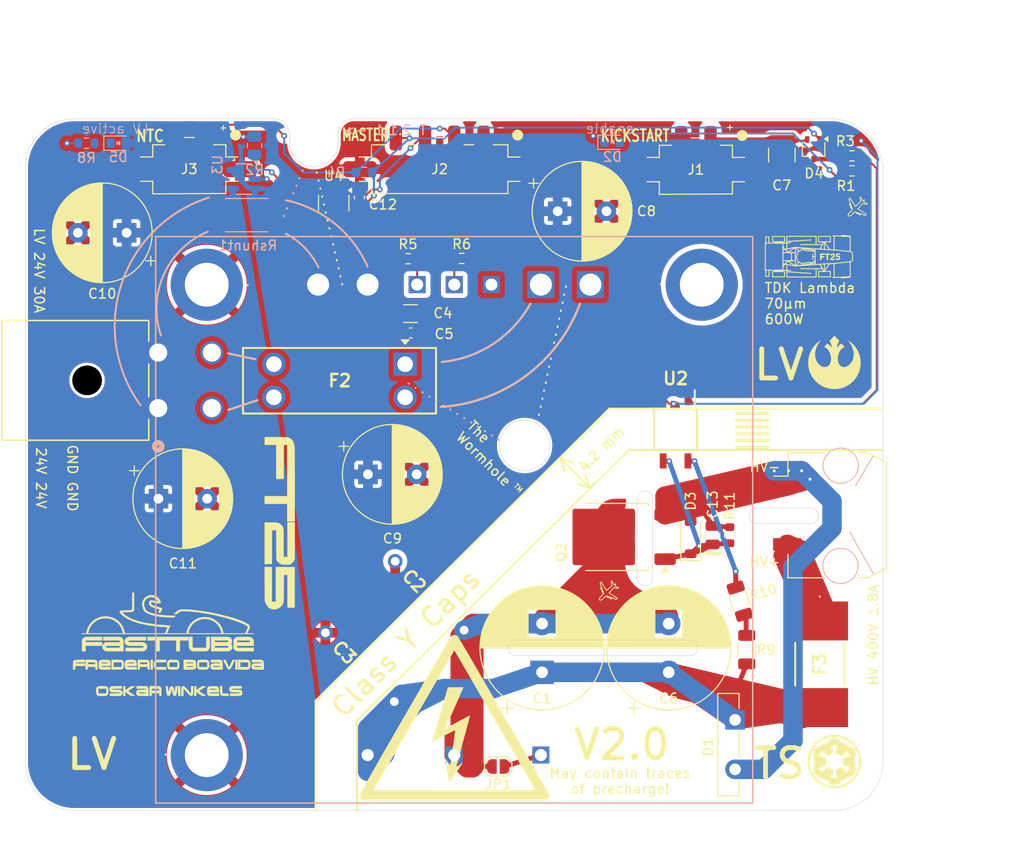
<source format=kicad_pcb>
(kicad_pcb
	(version 20241229)
	(generator "pcbnew")
	(generator_version "9.0")
	(general
		(thickness 1.67)
		(legacy_teardrops no)
	)
	(paper "A4")
	(layers
		(0 "F.Cu" mixed)
		(2 "B.Cu" mixed)
		(9 "F.Adhes" user "F.Adhesive")
		(11 "B.Adhes" user "B.Adhesive")
		(13 "F.Paste" user)
		(15 "B.Paste" user)
		(5 "F.SilkS" user "F.Silkscreen")
		(7 "B.SilkS" user "B.Silkscreen")
		(1 "F.Mask" user)
		(3 "B.Mask" user)
		(17 "Dwgs.User" user "User.Drawings")
		(19 "Cmts.User" user "User.Comments")
		(21 "Eco1.User" user "User.Eco1")
		(23 "Eco2.User" user "User.Eco2")
		(25 "Edge.Cuts" user)
		(27 "Margin" user)
		(31 "F.CrtYd" user "F.Courtyard")
		(29 "B.CrtYd" user "B.Courtyard")
		(35 "F.Fab" user)
		(33 "B.Fab" user)
		(39 "User.1" user)
		(41 "User.2" user)
		(43 "User.3" user)
		(45 "User.4" user)
		(47 "User.5" user)
		(49 "User.6" user)
		(51 "User.7" user)
		(53 "User.8" user)
		(55 "User.9" user)
	)
	(setup
		(stackup
			(layer "F.SilkS"
				(type "Top Silk Screen")
			)
			(layer "F.Paste"
				(type "Top Solder Paste")
			)
			(layer "F.Mask"
				(type "Top Solder Mask")
				(thickness 0.01)
			)
			(layer "F.Cu"
				(type "copper")
				(thickness 0.07)
			)
			(layer "dielectric 1"
				(type "core")
				(thickness 1.51)
				(material "FR4")
				(epsilon_r 4.5)
				(loss_tangent 0.02)
			)
			(layer "B.Cu"
				(type "copper")
				(thickness 0.07)
			)
			(layer "B.Mask"
				(type "Bottom Solder Mask")
				(thickness 0.01)
			)
			(layer "B.Paste"
				(type "Bottom Solder Paste")
			)
			(layer "B.SilkS"
				(type "Bottom Silk Screen")
			)
			(copper_finish "None")
			(dielectric_constraints no)
		)
		(pad_to_mask_clearance 0)
		(allow_soldermask_bridges_in_footprints no)
		(tenting front back)
		(pcbplotparams
			(layerselection 0x00000000_00000000_55555555_5755f5ff)
			(plot_on_all_layers_selection 0x00000000_00000000_00000000_00000000)
			(disableapertmacros no)
			(usegerberextensions no)
			(usegerberattributes yes)
			(usegerberadvancedattributes yes)
			(creategerberjobfile no)
			(dashed_line_dash_ratio 12.000000)
			(dashed_line_gap_ratio 3.000000)
			(svgprecision 4)
			(plotframeref no)
			(mode 1)
			(useauxorigin yes)
			(hpglpennumber 1)
			(hpglpenspeed 20)
			(hpglpendiameter 15.000000)
			(pdf_front_fp_property_popups yes)
			(pdf_back_fp_property_popups yes)
			(pdf_metadata yes)
			(pdf_single_document no)
			(dxfpolygonmode yes)
			(dxfimperialunits yes)
			(dxfusepcbnewfont yes)
			(psnegative no)
			(psa4output no)
			(plot_black_and_white yes)
			(plotinvisibletext no)
			(sketchpadsonfab no)
			(plotpadnumbers no)
			(hidednponfab no)
			(sketchdnponfab yes)
			(crossoutdnponfab yes)
			(subtractmaskfromsilk yes)
			(outputformat 1)
			(mirror no)
			(drillshape 0)
			(scaleselection 1)
			(outputdirectory "gerber/")
		)
	)
	(net 0 "")
	(net 1 "/-VIN")
	(net 2 "GND")
	(net 3 "Net-(D4-Pad3)")
	(net 4 "/+VIN")
	(net 5 "+3V3")
	(net 6 "/LV+")
	(net 7 "/3V_buttoncell")
	(net 8 "/TEMP_TSDCDC")
	(net 9 "/HV-in")
	(net 10 "/LV_I_measure")
	(net 11 "/I_meas_weak")
	(net 12 "Net-(U1-+S)")
	(net 13 "Net-(D2-A)")
	(net 14 "Net-(D5-K)")
	(net 15 "/Vout+")
	(net 16 "Net-(R3-Pad2)")
	(net 17 "Net-(U1-TRM)")
	(net 18 "/HV+in")
	(net 19 "/Enable_G")
	(net 20 "/Enable_Opto")
	(net 21 "Net-(JP1-A)")
	(net 22 "Net-(R10-Pad1)")
	(net 23 "/Vout-")
	(footprint "Capacitor_SMD:C_1210_3225Metric" (layer "F.Cu") (at 177.6 64.721001 -90))
	(footprint "Resistor_SMD:R_0603_1608Metric" (layer "F.Cu") (at 184.8 64.8))
	(footprint "footprints:airplane" (layer "F.Cu") (at 159.72 109.58 135))
	(footprint "Capacitor_SMD:C_0805_2012Metric" (layer "F.Cu") (at 170.5 103.75 90))
	(footprint "footprints:VY1471M29Y5UC63V0" (layer "F.Cu") (at 130.766058 113.762876 -45))
	(footprint "footprints:rebellion" (layer "F.Cu") (at 183 86))
	(footprint "FaSTTUBe_connectors:Micro_Mate-N-Lok_2p_vertical" (layer "F.Cu") (at 168.783 66.21))
	(footprint "Capacitor_THT:CP_Radial_D12.5mm_P5.00mm" (layer "F.Cu") (at 153 117.823959 90))
	(footprint "Capacitor_THT:CP_Radial_D10.0mm_P5.00mm" (layer "F.Cu") (at 110.367678 72.7 180))
	(footprint "footprints:9775031360R" (layer "F.Cu") (at 118.59 78.03 180))
	(footprint "Package_TO_SOT_SMD:TO-252-2" (layer "F.Cu") (at 160.585 103.9275 180))
	(footprint "LOGO"
		(layer "F.Cu")
		(uuid "36ea3436-548e-4414-bac1-a7348850c228")
		(at 180.33 75.14)
		(property "Reference" "G***"
			(at 0 0 0)
			(layer "F.SilkS")
			(hide yes)
			(uuid "f973503b-fa37-47d9-b20f-d30676bb0e6c")
			(effects
				(font
					(size 1.5 1.5)
					(thickness 0.3)
				)
			)
		)
		(property "Value" "LOGO"
			(at 0.75 0 0)
			(layer "F.SilkS")
			(hide yes)
			(uuid "6387be7f-2b16-465c-8f89-140f5aa812b4")
			(effects
				(font
					(size 1.5 1.5)
					(thickness 0.3)
				)
			)
		)
		(property "Datasheet" ""
			(at 0 0 0)
			(layer "F.Fab")
			(hide yes)
			(uuid "41393a24-4ba8-4af2-84c5-5556a5cd9241")
			(effects
				(font
					(size 1.27 1.27)
					(thickness 0.15)
				)
			)
		)
		(property "Description" ""
			(at 0 0 0)
			(layer "F.Fab")
			(hide yes)
			(uuid "47d9374d-4d87-4be0-875b-3451ee135b5f")
			(effects
				(font
					(size 1.27 1.27)
					(thickness 0.15)
				)
			)
		)
		(attr board_only exclude_from_pos_files exclude_from_bom)
		(fp_poly
			(pts
				(xy 2.210106 -0.240934) (xy 2.210106 -0.176067) (xy 2.115122 -0.176067) (xy 2.020138 -0.176067)
				(xy 2.020138 0.088034) (xy 2.020138 0.352134) (xy 1.948322 0.352134) (xy 1.876505 0.352134) (xy 1.876505 0.088034)
				(xy 1.876505 -0.176067) (xy 1.781521 -0.176067) (xy 1.686538 -0.176067) (xy 1.686538 -0.240935)
				(xy 1.686537 -0.305801) (xy 1.948322 -0.305801) (xy 2.210106 -0.305801)
			)
			(stroke
				(width 0)
				(type solid)
			)
			(fill yes)
			(layer "F.SilkS")
			(uuid "7df8e5e8-4ee8-444f-be4a-2fc6df64b466")
		)
		(fp_poly
			(pts
				(xy 1.644837 -0.238617) (xy 1.644837 -0.171435) (xy 1.49657 -0.171434) (xy 1.348303 -0.171434) (xy 1.348303 -0.10425)
				(xy 1.348303 -0.037067) (xy 1.484987 -0.037067) (xy 1.621671 -0.037067) (xy 1.621671 0.030116) (xy 1.621671 0.0973)
				(xy 1.484987 0.0973) (xy 1.348303 0.0973) (xy 1.348303 0.224717) (xy 1.348303 0.352134) (xy 1.27417 0.352134)
				(xy 1.200036 0.352134) (xy 1.200036 0.023167) (xy 1.200037 -0.305801) (xy 1.422437 -0.305801) (xy 1.644836 -0.305801)
			)
			(stroke
				(width 0)
				(type solid)
			)
			(fill yes)
			(layer "F.SilkS")
			(uuid "79488fa3-17fb-4e16-b5f3-2b64540a352f")
		)
		(fp_poly
			(pts
				(xy 2.532179 -0.312678) (xy 2.576155 -0.304473) (xy 2.614922 -0.2894) (xy 2.648 -0.267744) (xy 2.67491 -0.239793)
				(xy 2.695172 -0.205832) (xy 2.704208 -0.181813) (xy 2.708716 -0.159076) (xy 2.7108 -0.130942) (xy 2.71048 -0.100955)
				(xy 2.707773 -0.072656) (xy 2.703574 -0.052464) (xy 2.698715 -0.037255) (xy 2.692926 -0.02316) (xy 2.685517 -0.009402)
				(xy 2.675798 0.004797) (xy 2.663078 0.020215) (xy 2.646666 0.037632) (xy 2.625872 0.057823) (xy 2.600005 0.081568)
				(xy 2.568374 0.109644) (xy 2.53029 0.142829) (xy 2.529931 0.14314) (xy 2.430439 0.229351) (xy 2.575106 0.230575)
				(xy 2.719774 0.231799) (xy 2.719774 0.291967) (xy 2.719774 0.352134) (xy 2.490308 0.352134) (xy 2.260843 0.352134)
				(xy 2.262116 0.277056) (xy 2.263389 0.201979) (xy 2.356056 0.119177) (xy 2.402943 0.077122) (xy 2.443117 0.04073)
				(xy 2.476929 0.009665) (xy 2.504727 -0.016408) (xy 2.526863 -0.037827) (xy 2.543685 -0.054929) (xy 2.555544 -0.06805)
				(xy 2.562789 -0.077524) (xy 2.565176 -0.081851) (xy 2.5716 -0.10729) (xy 2.569746 -0.130812) (xy 2.56056 -0.15134)
				(xy 2.544994 -0.167801) (xy 2.523994 -0.179121) (xy 2.49851 -0.184225) (xy 2.475724 -0.18314) (xy 2.452963 -0.175273)
				(xy 2.433454 -0.159912) (xy 2.418912 -0.1387) (xy 2.413064 -0.123046) (xy 2.407173 -0.101018) (xy 2.367714 -0.103927)
				(xy 2.344598 -0.10571) (xy 2.320508 -0.107692) (xy 2.30031 -0.109471) (xy 2.298702 -0.109622) (xy 2.269145 -0.112408)
				(xy 2.272093 -0.14061) (xy 2.280459 -0.177948) (xy 2.296913 -0.213524) (xy 2.320278 -0.245457) (xy 2.349375 -0.271863)
				(xy 2.357833 -0.277654) (xy 2.388158 -0.29404) (xy 2.420755 -0.305158) (xy 2.458064 -0.31171) (xy 2.483473 -0.313727)
			)
			(stroke
				(width 0)
				(type solid)
			)
			(fill yes)
			(layer "F.SilkS")
			(uuid "c06ae400-d6b0-4739-b2a0-6d35249e5efc")
		)
		(fp_poly
			(pts
				(xy 3.243342 -0.245567) (xy 3.243342 -0.185334) (xy 3.111291 -0.185334) (xy 2.979241 -0.185333)
				(xy 2.979241 -0.135525) (xy 2.979241 -0.085718) (xy 3.035999 -0.085703) (xy 3.075658 -0.084189)
				(xy 3.108746 -0.079239) (xy 3.137528 -0.070212) (xy 3.16427 -0.05647) (xy 3.181956 -0.044466) (xy 3.203555 -0.026318)
				(xy 3.221029 -0.006004) (xy 3.236416 0.019128) (xy 3.246178 0.039116) (xy 3.254238 0.063529) (xy 3.259574 0.09369)
				(xy 3.261941 0.126422) (xy 3.261098 0.158544) (xy 3.257324 0.184609) (xy 3.244399 0.223685) (xy 3.224208 0.260227)
				(xy 3.198098 0.292412) (xy 3.167418 0.318418) (xy 3.150847 0.328502) (xy 3.111135 0.345164) (xy 3.066727 0.356095)
				(xy 3.020478 0.360938) (xy 2.975243 0.359334) (xy 2.945754 0.354196) (xy 2.903627 0.339619) (xy 2.867264 0.317857)
				(xy 2.836999 0.289211) (xy 2.813163 0.253981) (xy 2.79881 0.220868) (xy 2.79432 0.207035) (xy 2.791744 0.197519)
				(xy 2.791552 0.194601) (xy 2.796444 0.193609) (xy 2.808775 0.190877) (xy 2.826961 0.186759) (xy 2.849416 0.181613)
				(xy 2.863407 0.178384) (xy 2.887539 0.172819) (xy 2.908262 0.168078) (xy 2.924002 0.164518) (xy 2.933186 0.162495)
				(xy 2.934883 0.162167) (xy 2.937199 0.166065) (xy 2.941475 0.175947) (xy 2.943919 0.182163) (xy 2.957618 0.206359)
				(xy 2.976856 0.224378) (xy 2.999977 0.235881) (xy 3.025322 0.240528) (xy 3.051235 0.23798) (xy 3.076057 0.227898)
				(xy 3.095075 0.213134) (xy 3.111612 0.190456) (xy 3.120769 0.164235) (xy 3.12262 0.136431) (xy 3.117245 0.108995)
				(xy 3.10472 0.083886) (xy 3.089275 0.066498) (xy 3.070671 0.05315) (xy 3.049056 0.043822) (xy 3.022749 0.038071)
				(xy 2.990066 0.035457) (xy 2.969974 0.03519) (xy 2.940708 0.035905) (xy 2.915232 0.038169) (xy 2.889963 0.042519)
				(xy 2.861313 0.04949) (xy 2.845988 0.053732) (xy 2.835519 0.056704) (xy 2.838042 -0.086323) (xy 2.838768 -0.123978)
				(xy 2.83959 -0.160526) (xy 2.840463 -0.194417) (xy 2.841344 -0.224098) (xy 2.842188 -0.248021) (xy 2.842954 -0.264633)
				(xy 2.843135 -0.267576) (xy 2.845706 -0.305801) (xy 3.044525 -0.305801) (xy 3.243342 -0.305801)
			)
			(stroke
				(width 0)
				(type solid)
			)
			(fill yes)
			(layer "F.SilkS")
			(uuid "5a963cb9-9510-4127-9f96-127e7c222fca")
		)
		(fp_poly
			(pts
				(xy 3.38727 -2.232811) (xy 3.40086 -2.231479) (xy 3.422092 -2.229358) (xy 3.450178 -2.22653) (xy 3.484329 -2.223073)
				(xy 3.523759 -2.219069) (xy 3.567678 -2.214599) (xy 3.615297 -2.209743) (xy 3.66583 -2.204582) (xy 3.718489 -2.199197)
				(xy 3.772484 -2.193667) (xy 3.827029 -2.188075) (xy 3.881335 -2.182501) (xy 3.934614 -2.177024)
				(xy 3.986077 -2.171727) (xy 4.034939 -2.166689) (xy 4.080407 -2.161992) (xy 4.121698 -2.157716)
				(xy 4.158021 -2.153941) (xy 4.188587 -2.150748) (xy 4.200017 -2.149547) (xy 4.234253 -2.145885)
				(xy 4.265408 -2.142435) (xy 4.292316 -2.139335) (xy 4.31381 -2.136726) (xy 4.328722 -2.134745) (xy 4.335885 -2.133532)
				(xy 4.336334 -2.133359) (xy 4.336533 -2.128574) (xy 4.336655 -2.115023) (xy 4.336705 -2.093209)
				(xy 4.336684 -2.063633) (xy 4.336595 -2.026795) (xy 4.33644 -1.983198) (xy 4.336223 -1.933343) (xy 4.335944 -1.877731)
				(xy 4.335608 -1.816864) (xy 4.335216 -1.751243) (xy 4.33477 -1.681369) (xy 4.334273 -1.607743) (xy 4.333728 -1.530869)
				(xy 4.333136 -1.451244) (xy 4.332871 -1.416624) (xy 4.332241 -1.334602) (xy 4.331634 -1.254271)
				(xy 4.33105 -1.176204) (xy 4.330496 -1.10097) (xy 4.329976 -1.029142) (xy 4.329492 -0.961291) (xy 4.329052 -0.897987)
				(xy 4.328655 -0.839801) (xy 4.328308 -0.787305) (xy 4.328013 -0.741071) (xy 4.327776 -0.701668)
				(xy 4.327599 -0.669669) (xy 4.327487 -0.645643) (xy 4.327444 -0.630164) (xy 4.327444 -0.627586)
				(xy 4.327545 -0.55322) (xy 4.37377 -0.54809) (xy 4.419996 -0.542959) (xy 4.484971 -0.483626) (xy 4.505281 -0.464833)
				(xy 4.522986 -0.44798) (xy 4.537024 -0.434118) (xy 4.546333 -0.424295) (xy 4.54985 -0.419562) (xy 4.549855 -0.419489)
				(xy 4.550293 -0.414027) (xy 4.551582 -0.400285) (xy 4.55363 -0.379199) (xy 4.556344 -0.351708) (xy 4.55963 -0.31875)
				(xy 4.563396 -0.281261) (xy 4.567548 -0.240179) (xy 4.571355 -0.202709) (xy 4.592945 0.009267) (xy 4.571355 0.221242)
				(xy 4.566945 0.264663) (xy 4.562841 0.305296) (xy 4.559137 0.342206) (xy 4.555926 0.374453) (xy 4.553301 0.401102)
				(xy 4.551353 0.421213) (xy 4.550178 0.433849) (xy 4.549855 0.438022) (xy 4.546612 0.442512) (xy 4.537531 0.452137)
				(xy 4.523674 0.465847) (xy 4.506105 0.482593) (xy 4.485885 0.501324) (xy 4.484971 0.50216) (xy 4.419997 0.561493)
				(xy 4.373769 0.566623) (xy 4.327545 0.571753) (xy 4.327444 0.646119) (xy 4.327469 0.65926) (xy 4.327563 0.681097)
				(xy 4.327723 0.711058) (xy 4.327945 0.748571) (xy 4.328225 0.793067) (xy 4.328559 0.843974) (xy 4.328943 0.90072)
				(xy 4.329373 0.962734) (xy 4.329846 1.029446) (xy 4.330356 1.100286) (xy 4.330901 1.17468) (xy 4.331477 1.252059)
				(xy 4.332079 1.33185) (xy 4.332704 1.413485) (xy 4.332871 1.435157) (xy 4.333481 1.5158) (xy 4.334047 1.593906)
				(xy 4.334564 1.668978) (xy 4.335032 1.740512) (xy 4.335447 1.808006) (xy 4.335808 1.870958) (xy 4.336111 1.928869)
				(xy 4.336355 1.981237) (xy 4.336537 2.02756) (xy 4.336653 2.067337) (xy 4.336704 2.100067) (xy 4.336685 2.125248)
				(xy 4.336594 2.142379) (xy 4.336429 2.150958) (xy 4.336335 2.151893) (xy 4.331377 2.152884) (xy 4.318367 2.15468)
				(xy 4.298472 2.157138) (xy 4.272859 2.160123) (xy 4.242694 2.163495) (xy 4.209148 2.167117) (xy 4.200017 2.168082)
				(xy 4.172233 2.170992) (xy 4.138346 2.174521) (xy 4.099146 2.178586) (xy 4.055419 2.183108) (xy 4.007954 2.188005)
				(xy 3.957539 2.193199) (xy 3.904962 2.198607) (xy 3.851011 2.204148) (xy 3.796475 2.209742) (xy 3.742141 2.215309)
				(xy 3.688796 2.220768) (xy 3.63723 2.226037) (xy 3.588231 2.231037) (xy 3.542586 2.235687) (xy 3.501083 2.239906)
				(xy 3.464512 2.243614) (xy 3.433658 2.246729) (xy 3.409312 2.249172) (xy 3.39226 2.250859) (xy 3.383291 2.251715)
				(xy 3.382109 2.251806) (xy 3.380255 2.247528) (xy 3.378178 2.23608) (xy 3.376217 2.219545) (xy 3.37545 2.210835)
				(xy 3.3736 2.191763) (xy 3.371439 2.175942) (xy 3.369333 2.165869) (xy 3.368582 2.163999) (xy 3.368194 2.163123)
				(xy 3.367841 2.162336) (xy 3.367055 2.161657) (xy 3.365358 2.161104) (xy 3.362276 2.160697) (xy 3.357337 2.160453)
				(xy 3.350069 2.160392) (xy 3.339994 2.160532) (xy 3.32664 2.16089) (xy 3.309536 2.161487) (xy 3.288204 2.162341)
				(xy 3.26217 2.16347) (xy 3.230964 2.164892) (xy 3.19411 2.166627) (xy 3.151135 2.168692) (xy 3.101565 2.171107)
				(xy 3.044926 2.17389) (xy 2.980744 2.177059) (xy 2.908545 2.180634) (xy 2.827857 2.184632) (xy 2.773776 2.187311)
				(xy 2.723126 2.189773) (xy 2.675244 2.19201) (xy 2.630927 2.19399) (xy 2.590972 2.195683) (xy 2.556177 2.197057)
				(xy 2.52734 2.198081) (xy 2.505257 2.198724) (xy 2.490727 2.198954) (xy 2.484548 2.198738) (xy 2.484397 2.198675)
				(xy 2.482972 2.193086) (xy 2.4815 2.180449) (xy 2.480208 2.162975) (xy 2.479683 2.152716) (xy 2.477796 2.109587)
				(xy 2.502643 2.106603) (xy 2.520245 2.105084) (xy 2.542271 2.103995) (xy 2.563398 2.103579) (xy 2.599307 2.103539)
				(xy 2.599205 2.03983) (xy 2.599136 2.026958) (xy 2.59896 2.005475) (xy 2.598682 1.976034) (xy 2.598313 1.939289)
				(xy 2.597857 1.895895) (xy 2.597323 1.846507) (xy 2.596718 1.791777) (xy 2.596049 1.732363) (xy 2.595323 1.668916)
				(xy 2.594547 1.602089) (xy 2.593729 1.53254) (xy 2.592876 1.460921) (xy 2.592357 1.417804) (xy 2.591488 1.345622)
				(xy 2.590651 1.275356) (xy 2.589851 1.207638) (xy 2.589097 1.143098) (xy 2.588395 1.08237) (xy 2.587752 1.026085)
				(xy 2.587175 0.974875) (xy 2.586672 0.929372) (xy 2.58625 0.890208) (xy 2.585916 0.858015) (xy 2.585677 0.833425)
				(xy 2.585539 0.817069) (xy 2.585508 0.811266) (xy 2.585407 0.763045) (xy 2.477681 0.76615) (xy 2.420738 0.767807)
				(xy 2.372367 0.769264) (xy 2.331872 0.770562) (xy 2.298559 0.771745) (xy 2.271738 0.772854) (xy 2.250712 0.773931)
				(xy 2.234789 0.775018) (xy 2.223275 0.776158) (xy 2.215478 0.777392) (xy 2.210703 0.778764) (xy 2.208257 0.780313)
				(xy 2.207447 0.782084) (xy 2.207419 0.782564) (xy 2.204733 0.787317) (xy 2.196946 0.798996) (xy 2.184444 0.817061)
				(xy 2.167617 0.84097) (xy 2.146849 0.870183) (xy 2.122527 0.90416) (xy 2.09504 0.94236) (xy 2.064773 0.984242)
				(xy 2.032115 1.029266) (xy 1.99745 1.07689) (xy 1.961168 1.126575) (xy 1.960005 1.128165) (xy 1.923623 1.177986)
				(xy 1.888809 1.225823) (xy 1.855956 1.271128) (xy 1.825453 1.313354) (xy 1.797694 1.351955) (xy 1.773068 1.386383)
				(xy 1.751966 1.416092) (xy 1.734781 1.440534) (xy 1.721903 1.459162) (xy 1.713724 1.47143) (xy 1.710635 1.47679)
				(xy 1.710627 1.476824) (xy 1.708624 1.487304) (xy 2.003382 1.487304) (xy 2.298139 1.487304) (xy 2.298144 1.583446)
				(xy 2.298213 1.608384) (xy 2.298406 1.641116) (xy 2.29871 1.680174) (xy 2.299111 1.724089) (xy 2.299595 1.771389)
				(xy 2.300147 1.820606) (xy 2.300755 1.870268) (xy 2.301218 1.905463) (xy 2.304286 2.131339) (xy 1.647305 2.131339)
				(xy 0.990323 2.131339) (xy 0.993195 2.113964) (xy 0.993689 2.106417) (xy 0.994158 2.090423) (xy 0.994594 2.066805)
				(xy 0.99496 2.038672) (xy 1.08875 2.038672) (xy 1.647111 2.038672) (xy 2.205472 2.038672) (xy 2.205472 1.809321)
				(xy 2.205472 1.579971) (xy 1.656421 1.579199) (xy 1.585739 1.579096) (xy 1.517565 1.578991) (xy 1.452484 1.578885)
				(xy 1.391074 1.578779) (xy 1.333918 1.578675) (xy 1.281595 1.578571) (xy 1.234689 1.578472) (xy 1.193778 1.578378)
				(xy 1.159447 1.57829) (xy 1.132272 1.578209) (xy 1.112838 1.578137) (xy 1.101725 1.578074) (xy 1.099261 1.57804)
				(xy 1.097423 1.578408) (xy 1.095875 1.580202) (xy 1.094589 1.584173) (xy 1.093535 1.591074) (xy 1.092682 1.601656)
				(xy 1.091999 1.61667) (xy 1.091456 1.636869) (xy 1.091023 1.663004) (xy 1.090669 1.695827) (xy 1.090364 1.736087)
				(xy 1.090077 1.784539) (xy 1.089951 1.808163) (xy 1.08875 2.038672) (xy 0.99496 2.038672) (xy 0.99499 2.036382)
				(xy 0.995338 1.999975) (xy 0.995631 1.958404) (xy 0.995862 1.912492) (xy 0.996024 1.863057) (xy 0.996108 1.810921)
				(xy 0.996118 1.78963) (xy 0.996169 1.482671) (xy 1.242123 1.482671) (xy 1.291787 1.482595) (xy 1.337431 1.482378)
				(xy 1.378334 1.48203) (xy 1.413769 1.481564) (xy 1.443013 1.480992) (xy 1.465339 1.480327) (xy 1.480024 1.47958)
				(xy 1.486341 1.478764) (xy 1.486531 1.478558) (xy 1.484152 1.47334) (xy 1.478357 1.461039) (xy 1.469747 1.442919)
				(xy 1.458926 1.420247) (xy 1.446495 1.394288) (xy 1.441011 1.382862) (xy 1.397037 1.291279) (xy 1.283478 1.294298)
				(xy 1.249685 1.295057) (xy 1.208904 1.295746) (xy 1.163413 1.296342) (xy 1.11549 1.296818) (xy 1.067413 1.297151)
				(xy 1.021462 1.297314) (xy 1.006594 1.297327) (xy 0.843269 1.297337) (xy 0.843269 1.721288) (xy 0.843269 2.145239)
				(xy -0.708148 2.145239) (xy -2.259563 2.145239) (xy -2.262634 1.935978) (xy -2.263315 1.886185)
				(xy -2.263944 1.833688) (xy -2.264503 1.780411) (xy -2.264976 1.728276) (xy -2.265345 1.679207)
				(xy -2.265592 1.635127) (xy -2.265702 1.59796) (xy -2.265706 1.590794) (xy -2.265739 1.55167) (xy -2.265876 1.520834)
				(xy -2.266173 1.497306) (xy -2.266692 1.480108) (xy -2.26749 1.46826) (xy -2.268626 1.460783) (xy -2.270157 1.456697)
				(xy -2.272141 1.455025) (xy -2.273814 1.454766) (xy -2.280294 1.454537) (xy -2.294854 1.453935)
				(xy -2.316319 1.453013) (xy -2.343512 1.451821) (xy -2.37526 1.450411) (xy -2.410382 1.448834) (xy -2.43019 1.447939)
				(xy -2.468142 1.446262) (xy -2.504686 1.44473) (xy -2.538371 1.443397) (xy -2.567745 1.442318) (xy -2.591357 1.441547)
				(xy -2.607758 1.441142) (xy -2.612049 1.441093) (xy -2.64564 1.44097) (xy -2.64564 1.468771) (xy -2.645639 1.496571)
				(xy -2.525331 1.496571) (xy -2.405021 1.496571) (xy -2.403705 1.805846) (xy -2.403515 1.858546)
				(xy -2.403401 1.908502) (xy -2.40336 1.954946) (xy -2.40339 1.997109) (xy -2.403489 2.034222) (xy -2.403653 2.065515)
				(xy -2.403881 2.090221) (xy -2.404171 2.107569) (xy -2.404518 2.116791) (xy -2.404706 2.118106)
				(xy -2.409529 2.11848) (xy -2.423095 2.118886) (xy -2.44488 2.119321) (xy -2.474362 2.119778) (xy -2.511016 2.120253)
				(xy -2.554319 2.12074) (xy -2.603749 2.121235) (xy -2.658781 2.121732) (xy -2.718891 2.122227) (xy -2.783558 2.122715)
				(xy -2.852257 2.12319) (xy -2.924462 2.123648) (xy -2.999654 2.124083) (xy -3.0638 2.124423) (xy -3.720577 2.127757)
				(xy -3.720577 1.81448) (xy -3.720577 1.593871) (xy -3.62791 1.593871) (xy -3.62791 1.814711) (xy -3.62791 2.03555)
				(xy -3.411698 2.032478) (xy -3.369215 2.031948) (xy -3.31891 2.031448) (xy -3.262228 2.030984) (xy -3.200615 2.030565)
				(xy -3.135516 2.030198) (xy -3.068375 2.029891) (xy -3.000637 2.029653) (xy -2.933749 2.02949) (xy -2.869154 2.029412)
				(xy -2.846385 2.029405) (xy -2.497283 2.029405) (xy -2.498486 1.81048) (xy -2.49969 1.591554) (xy -2.537915 1.591676)
				(xy -2.547579 1.591701) (xy -2.565869 1.591743) (xy -2.592146 1.591801) (xy -2.62577 1.591872) (xy -2.666099 1.591957)
				(xy -2.712496 1.592053) (xy -2.764319 1.592159) (xy -2.820929 1.592274) (xy -2.881685 1.592396)
				(xy -2.945948 1.592525) (xy -3.013077 1.592659) (xy -3.082432 1.592796) (xy -3.102025 1.592834)
				(xy -3.62791 1.593871) (xy -3.720577 1.593871) (xy -3.720577 1.501204) (xy -3.654551 1.501183) (xy -3.624666 1.500936)
				(xy -3.592334 1.500279) (xy -3.561481 1.499312) (xy -3.536401 1.498158) (xy -3.484276 1.495155)
				(xy -3.484276 1.468063) (xy -3.484276 1.44097) (xy -3.740716 1.44097) (xy -3.997156 1.44097) (xy -4.000524 1.764101)
				(xy -4.001097 1.817922) (xy -4.001663 1.868962) (xy -4.002214 1.916476) (xy -4.002738 1.959718)
				(xy -4.003227 1.997942) (xy -4.00367 2.030405) (xy -4.004058 2.056359) (xy -4.004382 2.07506) (xy -4.004631 2.085762)
				(xy -4.004755 2.088096) (xy -4.009616 2.088576) (xy -4.02259 2.089168) (xy -4.042528 2.089847) (xy -4.068278 2.090589)
				(xy -4.098689 2.091373) (xy -4.132609 2.092176) (xy -4.168888 2.092974) (xy -4.206373 2.093745)
				(xy -4.243913 2.094466) (xy -4.28036 2.095114) (xy -4.314559 2.095667) (xy -4.34536 2.096101) (xy -4.371612 2.096393)
				(xy -4.392163 2.096521) (xy -4.405862 2.096463) (xy -4.411559 2.096194) (xy -4.41163 2.096166) (xy -4.412287 2.091243)
				(xy -4.412909 2.077802) (xy -4.413489 2.056593) (xy -4.414016 2.028365) (xy -4.414482 1.993867)
				(xy -4.414878 1.953848) (xy -4.415193 1.909058) (xy -4.415422 1.860246) (xy -4.415551 1.808161)
				(xy -4.415578 1.769665) (xy -4.415578 1.445919) (xy -4.322912 1.44592) (xy -4.322911 1.632667) (xy -4.32283 1.677998)
				(xy -4.322597 1.724363) (xy -4.322233 1.770035) (xy -4.321755 1.813286) (xy -4.321184 1.852391)
				(xy -4.320538 1.885623) (xy -4.319861 1.910511) (xy -4.31681 2.001605) (xy -4.27237 2.001588) (xy -4.250095 2.001348)
				(xy -4.222113 2.000707) (xy -4.191967 1.999762) (xy -4.163205 1.99861) (xy -4.162654 1.998585) (xy -4.09738 1.995599)
				(xy -4.094329 1.722449) (xy -4.093807 1.672987) (xy -4.093375 1.626306) (xy -4.093037 1.583227)
				(xy -4.092796 1.544568) (xy -4.092653 1.51115) (xy -4.092615 1.483793) (xy -4.092685 1.463316) (xy -4.092866 1.450539)
				(xy -4.09313 1.446294) (xy -4.09808 1.445515) (xy -4.111021 1.444917) (xy -4.130668 1.444519) (xy -4.155749 1.444338)
				(xy -4.184984 1.444394) (xy -4.208947 1.444604) (xy -4.322912 1.44592) (xy -4.415578 1.445919) (xy -4.415578 1.445604)
				(xy -4.44609 1.445604) (xy -4.476601 1.445603) (xy -4.472918 1.340195) (xy -4.472551 1.32484) (xy -4.472203 1.300703)
				(xy -4.471875 1.268271) (xy -4.471567 1.22803) (xy -4.471279 1.180464) (xy -4.47101 1.126058) (xy -4.470761 1.065302)
				(xy -4.470532 0.998677) (xy -4.470323 0.92667) (xy -4.470132 0.849767) (xy -4.469964 0.768454) (xy -4.469814 0.683216)
				(xy -4.469683 0.594538) (xy -4.469572 0.502907) (xy -4.469482 0.408808) (xy -4.469412 0.312726)
				(xy -4.469361 0.215146) (xy -4.469329 0.116557) (xy -4.469318 0.017441) (xy -4.469319 0.009267)
				(xy -4.376195 0.009267) (xy -4.376195 1.348304) (xy -3.921735 1.348303) (xy -3.84542 1.348265) (xy -3.763054 1.348156)
				(xy -3.676284 1.347978) (xy -3.586755 1.34774) (xy -3.496112 1.347448) (xy -3.4755 1.34737) (xy -2.566874 1.347369)
				(xy -2.510115 1.350271) (xy -2.485398 1.351507) (xy -2.454562 1.353009) (xy -2.420743 1.354622)
				(xy -2.387079 1.356201) (xy -2.369956 1.35699) (xy -2.342439 1.358262) (xy -2.317591 1.359435) (xy -2.297116 1.360426)
				(xy -2.28272 1.361153) (xy -2.27648 1.361507) (xy -2.266404 1.362204) (xy -2.268995 1.099261) (xy -2.269489 1.050816)
				(xy -2.269988 1.005216) (xy -2.270479 0.963292) (xy -2.270952 0.925869) (xy -2.271395 0.893779)
				(xy -2.271407 0.893007) (xy -2.176597 0.893007) (xy -2.176496 0.920555) (xy -2.176287 0.953996)
				(xy -2.175973 0.992488) (xy -2.175561 1.035186) (xy -2.175055 1.081248) (xy -2.174701 1.110891)
				(xy -2.17154 1.365972) (xy -2.129432 1.368977) (xy -2.067771 1.373609) (xy -2.010185 1.378392) (xy -1.957281 1.383255)
				(xy -1.909674 1.388125) (xy -1.867971 1.39293) (xy -1.832783 1.397595) (xy -1.80472 1.40205) (xy -1.784393 1.406223)
				(xy -1.772412 1.410037) (xy -1.769774 1.411753) (xy -1.769529 1.417538) (xy -1.771735 1.42998) (xy -1.775956 1.446925)
				(xy -1.778921 1.457187) (xy -1.785239 1.477077) (xy -1.790133 1.489488) (xy -1.794401 1.495928)
				(xy -1.798845 1.497914) (xy -1.800426 1.497857) (xy -1.808153 1.49683) (xy -1.823059 1.494741) (xy -1.843149 1.491874)
				(xy -1.866434 1.488511) (xy -1.871871 1.48772) (xy -1.897523 1.484335) (xy -1.929466 1.480654) (xy -1.964746 1.476986)
				(xy -2.000406 1.473642) (xy -2.027089 1.471419) (xy -2.057452 1.46905) (xy -2.086497 1.466764) (xy -2.112259 1.464717)
				(xy -2.132778 1.463064) (xy -2.146087 1.461962) (xy -2.146397 1.461935) (xy -2.173039 1.459646)
				(xy -2.173039 1.489692) (xy -2.172691 1.506113) (xy -2.171285 1.515262) (xy -2.168279 1.519122)
				(xy -2.164797 1.519737) (xy -2.158723 1.520031) (xy -2.144281 1.520874) (xy -2.12235 1.522213) (xy -2.093809 1.52399)
				(xy -2.059538 1.526152) (xy -2.020415 1.528643) (xy -1.977319 1.531407) (xy -1.93113 1.534389) (xy -1.906488 1.535988)
				(xy -1.854929 1.539338) (xy -1.80268 1.542728) (xy -1.751135 1.546071) (xy -1.701688 1.549275) (xy -1.655732 1.55225)
				(xy -1.614661 1.554907) (xy -1.579869 1.557154) (xy -1.552749 1.558901) (xy -1.549854 1.559087)
				(xy -1.519396 1.561047) (xy -1.481663 1.56348) (xy -1.438624 1.566258) (xy -1.392251 1.569254) (xy -1.344516 1.57234)
				(xy -1.297389 1.575391) (xy -1.264903 1.577495) (xy -1.217015 1.580596) (xy -1.16498 1.583963) (xy -1.111213 1.587439)
				(xy -1.058137 1.590868) (xy -1.008165 1.594093) (xy -0.963719 1.596959) (xy -0.942887 1.598301)
				(xy -0.897305 1.601236) (xy -0.845716 1.60456) (xy -0.791355 1.608063) (xy -0.737462 1.611537) (xy -0.687275 1.614773)
				(xy -0.655619 1.616816) (xy -0.610848 1.619703) (xy -0.559926 1.622982) (xy -0.505948 1.626455)
				(xy -0.452011 1.629924) (xy -0.401211 1.633186) (xy -0.363718 1.635592) (xy -0.328419 1.637861)
				(xy -0.285555 1.640625) (xy -0.236806 1.643776) (xy -0.183852 1.647202) (xy -0.128376 1.650799)
				(xy -0.072057 1.654455) (xy -0.016577 1.658062) (xy 0.031407 1.661186) (xy 0.078504 1.664246) (xy 0.122931 1.667115)
				(xy 0.163807 1.669738) (xy 0.200251 1.672059) (xy 0.231381 1.674022) (xy 0.256316 1.675572) (xy 0.274174 1.676652)
				(xy 0.284073 1.677206) (xy 0.285714 1.677271) (xy 0.289145 1.678355) (xy 0.291125 1.682707) (xy 0.291847 1.691981)
				(xy 0.291504 1.70783) (xy 0.290854 1.721421) (xy 0.289553 1.740799) (xy 0.287959 1.756543) (xy 0.286321 1.766454)
				(xy 0.285478 1.768637) (xy 0.280651 1.768608) (xy 0.266958 1.768) (xy 0.24478 1.766836) (xy 0.214499 1.765141)
				(xy 0.176497 1.762937) (xy 0.131153 1.76025) (xy 0.078851 1.757101) (xy 0.019972 1.753516) (xy -0.045106 1.749517)
				(xy -0.115998 1.745128) (xy -0.192324 1.740372) (xy -0.273703 1.735274) (xy -0.359753 1.729857)
				(xy -0.450093 1.724144) (xy -0.544342 1.718159) (xy -0.642118 1.711925) (xy -0.743041 1.705468)
				(xy -0.846728 1.698808) (xy -0.944155 1.692531) (xy -1.050013 1.6857) (xy -1.153439 1.679031) (xy -1.254052 1.67255)
				(xy -1.351472 1.666279) (xy -1.445319 1.660243) (xy -1.535212 1.654466) (xy -1.620772 1.648974)
				(xy -1.701618 1.643789) (xy -1.77737 1.638936) (xy -1.847648 1.634441) (xy -1.912071 1.630326) (xy -1.97026 1.626617)
				(xy -2.021834 1.623337) (xy -2.066412 1.620512) (xy -2.103615 1.618164) (xy -2.133063 1.61632) (xy -2.154375 1.615002)
				(xy -2.167171 1.614236) (xy -2.171095 1.614039) (xy -2.171128 1.618662) (xy -2.171074 1.631645)
				(xy -2.170943 1.652082) (xy -2.170742 1.679067) (xy -2.170476 1.711694) (xy -2.170155 1.749057)
				(xy -2.169782 1.790249) (xy -2.169374 1.833647) (xy -2.167282 2.052572) (xy -0.707684 2.052572)
				(xy 0.751913 2.052572) (xy 0.748501 1.676113) (xy 0.747965 1.617934) (xy 0.747438 1.562492) (xy 0.746927 1.510476)
				(xy 0.746439 1.462575) (xy 0.745982 1.419482) (xy 0.745565 1.381879) (xy 0.745193 1.350461) (xy 0.744876 1.325917)
				(xy 0.74462 1.308934) (xy 0.744433 1.300203) (xy 0.74437 1.299146) (xy 0.739738 1.29906) (xy 0.726314 1.298912)
				(xy 0.704572 1.298707) (xy 0.674985 1.29845) (xy 0.63803 1.298141) (xy 0.594179 1.297786) (xy 0.543907 1.297389)
				(xy 0.487688 1.296953) (xy 0.425996 1.296482) (xy 0.359306 1.295979) (xy 0.288092 1.295448) (xy 0.212828 1.294894)
				(xy 0.133988 1.294318) (xy 0.052047 1.293726) (xy -0.032522 1.293121) (xy -0.050967 1.292989) (xy -0.136082 1.292366)
				(xy -0.218697 1.291727) (xy -0.298338 1.291076) (xy -0.374525 1.29042) (xy -0.446785 1.289762) (xy -0.51464 1.289109)
				(xy -0.577615 1.288467) (xy -0.635234 1.287838) (xy -0.687017 1.287229) (xy -0.732492 1.286647)
				(xy -0.771182 1.286094) (xy -0.80261 1.285578) (xy -0.8263 1.285103) (xy -0.841774 1.284674) (xy -0.848559 1.284296)
				(xy -0.848834 1.284224) (xy -0.849966 1.278521) (xy -0.850313 1.265798) (xy -0.849853 1.248265)
				(xy -0.849272 1.23771) (xy -0.84646 1.194313) (xy -0.241371 1.198332) (xy -0.165921 1.198806) (xy -0.087571 1.199245)
				(xy -0.006827 1.199647) (xy 0.075804 1.200015) (xy 0.159817 1.200345) (xy 0.244705 1.200641) (xy 0.329962 1.2009)
				(xy 0.415083 1.201123) (xy 0.49956 1.201308) (xy 0.582888 1.201456) (xy 0.664561 1.201569) (xy 0.744073 1.201645)
				(xy 0.820918 1.20168) (xy 0.894589 1.201678) (xy 0.964581 1.20164) (xy 1.030387 1.201562) (xy 1.091501 1.201446)
				(xy 1.147417 1.20129) (xy 1.19763 1.201096) (xy 1.241632 1.200862) (xy 1.278919 1.200589) (xy 1.308983 1.200276)
				(xy 1.331319 1.199923) (xy 1.34542 1.19953) (xy 1.35078 1.199096) (xy 1.350806 1.199078) (xy 1.349214 1.19475)
				(xy 1.344123 1.183101) (xy 1.336024 1.165174) (xy 1.325408 1.142014) (xy 1.312764 1.114663) (xy 1.298583 1.084164)
				(xy 1.283355 1.051563) (xy 1.26757 1.0179) (xy 1.251718 0.984222) (xy 1.23629 0.951571) (xy 1.221776 0.920988)
				(xy 1.208665 0.893521) (xy 1.197449 0.87021) (xy 1.188618 0.852101) (xy 1.18266 0.840235) (xy 1.180095 0.835685)
				(xy 1.175226 0.835695) (xy 1.161554 0.836353) (xy 1.139522 0.83763) (xy 1.10957 0.839495) (xy 1.07214 0.84192)
				(xy 1.027672 0.844876) (xy 0.976607 0.848331) (xy 0.919386 0.852257) (xy 0.85645 0.856627) (xy 0.788239 0.861409)
				(xy 0.715194 0.866573) (xy 0.685735 0.868667) (xy 0.663095 0.870269) (xy 0.632355 0.872428) (xy 0.594658 0.875065)
				(xy 0.551149 0.8781) (xy 0.502971 0.881454) (xy 0.451269 0.885047) (xy 0.397186 0.888799) (xy 0.341867 0.89263)
				(xy 0.286456 0.896461) (xy 0.284951 0.896566) (xy 0.176937 0.90403) (xy 0.077696 0.910891) (xy -0.013246 0.917182)
				(xy -0.09636 0.922935) (xy -0.172119 0.928184) (xy -0.240997 0.932962) (xy -0.303464 0.9373) (xy -0.359995 0.941234)
				(xy -0.411061 0.944794) (xy -0.457135 0.948013) (xy -0.49869 0.950924) (xy -0.536198 0.953561) (xy -0.549051 0.954467)
				(xy -0.578891 0.956562) (xy -0.616558 0.95919) (xy -0.660642 0.962254) (xy -0.709728 0.965655) (xy -0.7624 0.969296)
				(xy -0.817245 0.973079) (xy -0.872847 0.976906) (xy -0.927792 0.980679) (xy -0.949836 0.98219) (xy -1.01286 0.986511)
				(xy -1.067275 0.990257) (xy -1.113708 0.993486) (xy -1.152795 0.996259) (xy -1.185167 0.998635)
				(xy -1.211458 1.000672) (xy -1.232301 1.002429) (xy -1.248327 1.003966) (xy -1.26017 1.005342) (xy -1.268462 1.006617)
				(xy -1.273837 1.007848) (xy -1.276926 1.009095) (xy -1.278363 1.010417) (xy -1.27878 1.011874) (xy -1.278804 1.012926)
				(xy -1.282603 1.018344) (xy -1.286912 1.019325) (xy -1.292531 1.018476) (xy -1.306619 1.016012)
				(xy -1.328539 1.012051) (xy -1.357656 1.006711) (xy -1.393335 1.000111) (xy -1.434941 0.992369)
				(xy -1.481838 0.983603) (xy -1.533392 0.973932) (xy -1.588967 0.963474) (xy -1.647926 0.952347)
				(xy -1.709637 0.94067) (xy -1.734781 0.935903) (xy -1.797241 0.924076) (xy -1.857088 0.912784) (xy -1.913699 0.902139)
				(xy -1.953465 0.894691) (xy -1.182718 0.894691) (xy -1.181463 0.896526) (xy -1.178384 0.896375)
				(xy -1.172445 0.895435) (xy -1.157826 0.893191) (xy -1.135011 0.889716) (xy -1.104486 0.885085)
				(xy -1.066734 0.879368) (xy -1.022239 0.87264) (xy -0.971486 0.864975) (xy -0.914959 0.856444) (xy -0.853143 0.847121)
				(xy -0.786521 0.837079) (xy -0.736248 0.829506) (xy 1.283437 0.829506) (xy 1.285371 0.83409) (xy 1.290948 0.846313)
				(xy 1.299823 0.865444) (xy 1.311656 0.890755) (xy 1.326103 0.921518) (xy 1.342822 0.957002) (xy 1.361471 0.99648)
				(xy 1.381708 1.039222) (xy 1.403189 1.0845) (xy 1.404312 1.086863) (xy 1.426648 1.133895) (xy 1.448401 1.179705)
				(xy 1.46914 1.223387) (xy 1.488433 1.264033) (xy 1.50585 1.300734) (xy 1.52096 1.332582) (xy 1.53333 1.358667)
				(xy 1.542531 1.378082) (xy 1.547623 1.388845) (xy 1.556963 1.407744) (xy 1.565324 1.423077) (xy 1.571732 1.433155)
				(xy 1.575015 1.436337) (xy 1.580188 1.435472) (xy 1.580479 1.435179) (xy 1.580745 1.430338) (xy 1.581201 1.417174)
				(xy 1.581825 1.396605) (xy 1.582595 1.369556) (xy 1.58344 1.338627) (xy 1.677952 1.338627) (xy 1.678207 1.349718)
				(xy 1.678783 1.352937) (xy 1.681828 1.348916) (xy 1.689917 1.337994) (xy 1.702623 1.320751) (xy 1.719521 1.297767)
				(xy 1.740185 1.269622) (xy 1.764191 1.236896) (xy 1.791111 1.200169) (xy 1.820521 1.160021) (xy 1.851995 1.117032)
				(xy 1.885108 1.071782) (xy 1.889579 1.065669) (xy 1.9228 1.020219) (xy 1.954356 0.976973) (xy 1.983829 0.936509)
				(xy 2.010802 0.899402) (xy 2.034857 0.866229) (xy 2.055579 0.837567) (xy 2.072549 0.813991) (xy 2.085351 0.796077)
				(xy 2.093565 0.784403) (xy 2.096777 0.779544) (xy 2.096803 0.77944) (xy 2.092053 0.779288) (xy 2.079195 0.779455)
				(xy 2.059383 0.779902) (xy 2.033769 0.780591) (xy 2.003504 0.78148) (xy 1.969743 0.782532) (xy 1.933637 0.783705)
				(xy 1.896338 0.784961) (xy 1.859 0.786261) (xy 1.822775 0.787565) (xy 1.788815 0.788832) (xy 1.758272 0.790024)
				(xy 1.7323 0.791103) (xy 1.712051 0.792025) (xy 1.698677 0.792754) (xy 1.693331 0.79325) (xy 1.693288 0.793274)
				(xy 1.692863 0.798069) (xy 1.692256 0.811168) (xy 1.691498 0.83161) (xy 1.690619 0.858433) (xy 1.68965 0.890677)
				(xy 1.688622 0.92738) (xy 1.687565 0.967583) (xy 1.686964 0.991606) (xy 1.685818 1.037429) (xy 1.684622 1.083742)
				(xy 1.683421 1.128973) (xy 1.682258 1.171551) (xy 1.681174 1.209907) (xy 1.680215 1.242468) (xy 1.67942 1.267665)
				(xy 1.679281 1.271853) (xy 1.678498 1.298287) (xy 1.678052 1.321014) (xy 1.677952 1.338627) (xy 1.58344 1.338627)
				(xy 1.583486 1.336946) (xy 1.584477 1.299698) (xy 1.585544 1.258732) (xy 1.586665 1.214971) (xy 1.587817 1.169336)
				(xy 1.588978 1.122747) (xy 1.590124 1.076128) (xy 1.591233 1.030398) (xy 1.592282 0.98648) (xy 1.593248 0.945295)
				(xy 1.594108 0.907765) (xy 1.594839 0.874811) (xy 1.59542 0.847353) (xy 1.595825 0.826315) (xy 1.596035 0.812617)
				(xy 1.596025 0.807181) (xy 1.596013 0.807129) (xy 1.591202 0.806917) (xy 1.578503 0.807354) (xy 1.559214 0.808346)
				(xy 1.534635 0.809802) (xy 1.506062 0.811628) (xy 1.474798 0.813732) (xy 1.442139 0.816019) (xy 1.409386 0.818398)
				(xy 1.377836 0.820775) (xy 1.348789 0.823057) (xy 1.323544 0.825151) (xy 1.303399 0.826965) (xy 1.289654 0.828405)
				(xy 1.283607 0.829379) (xy 1.283437 0.829506) (xy -0.736248 0.829506) (xy -0.715578 0.826391) (xy -0.714841 0.82628)
				(xy -0.081856 0.82628) (xy -0.08122 0.829034) (xy -0.078767 0.829369) (xy -0.074953 0.827674) (xy -0.075678 0.82628)
				(xy -0.081177 0.825725) (xy -0.081856 0.82628) (xy -0.714841 0.82628) (xy -0.698092 0.823757) (xy -0.055333 0.823758)
				(xy -0.054628 0.823962) (xy -0.053461 0.824142) (xy -0.053284 0.824173) (xy -0.048025 0.823996)
				(xy -0.034245 0.823225) (xy -0.012669 0.821909) (xy 0.01598 0.820095) (xy 0.050977 0.817829) (xy 0.0916 0.81516)
				(xy 0.137123 0.812133) (xy 0.186823 0.808798) (xy 0.239976 0.8052) (xy 0.295858 0.801388) (xy 0.301167 0.801024)
				(xy 0.35717 0.797173) (xy 0.410437 0.793485) (xy 0.460255 0.790012) (xy 0.505907 0.786803) (xy 0.546678 0.783911)
				(xy 0.581854 0.781386) (xy 0.610719 0.779279) (xy 0.632557 0.777641) (xy 0.646656 0.776524) (xy 0.652295 0.775979)
				(xy 0.652368 0.775957) (xy 0.652881 0.771144) (xy 0.652861 0.75965) (xy 0.652367 0.745275) (xy 0.650985 0.715685)
				(xy 0.308117 0.767524) (xy 0.241453 0.777602) (xy 0.18337 0.786385) (xy 0.13329 0.793962) (xy 0.090632 0.800424)
				(xy 0.054816 0.805864) (xy 0.025264 0.81037) (xy 0.001391 0.814035) (xy -0.017378 0.816949) (xy -0.031626 0.819203)
				(xy -0.041931 0.820888) (xy -0.048874 0.822095) (xy -0.053036 0.822915) (xy -0.054995 0.823439)
				(xy -0.055333 0.823758) (xy -0.698092 0.823757) (xy -0.640798 0.815131) (xy -0.562666 0.803369)
				(xy -0.481666 0.791184) (xy -0.398281 0.778643) (xy -0.396152 0.778323) (xy -0.312822 0.765789)
				(xy -0.231929 0.753612) (xy -0.153952 0.741866) (xy -0.07937 0.730622) (xy -0.008663 0.719953) (xy 0.057691 0.709931)
				(xy 0.119212 0.70063) (xy 0.175421 0.692122) (xy 0.225839 0.684478) (xy 0.269988 0.677773) (xy 0.307385 0.672078)
				(xy 0.337554 0.667466) (xy 0.360016 0.664009) (xy 0.37429 0.66178) (xy 0.379898 0.660851) (xy 0.379933 0.660843)
				(xy 0.379681 0.659793) (xy 0.371923 0.658943) (xy 0.361401 0.658553) (xy 0.351224 0.658321) (xy 0.332934 0.657854)
				(xy 0.307679 0.657181) (xy 0.276607 0.656335) (xy 0.24087 0.655346) (xy 0.201615 0.654247) (xy 0.159991 0.653069)
				(xy 0.14595 0.652668) (xy -0.035966 0.647471) (xy 0.463161 0.647471) (xy 0.464457 0.648002) (xy 0.468971 0.6478)
				(xy 0.477786 0.646748) (xy 0.491989 0.644728) (xy 0.51266 0.641622) (xy 0.540888 0.637315) (xy 0.557558 0.634768)
				(xy 0.585496 0.63052) (xy 0.610203 0.626796) (xy 0.630254 0.623808) (xy 0.644228 0.621767) (xy 0.650701 0.620886)
				(xy 0.65095 0.620868) (xy 0.651895 0.616547) (xy 0.652659 0.604829) (xy 0.653155 0.587586) (xy 0.653302 0.569902)
				(xy 0.653116 0.549421) (xy 0.652612 0.532869) (xy 0.651873 0.522117) (xy 0.651112 0.518935) (xy 0.646895 0.521416)
				(xy 0.636334 0.528274) (xy 0.620721 0.538634) (xy 0.601344 0.551622) (xy 0.579495 0.566359) (xy 0.556463 0.58197)
				(xy 0.533539 0.59758) (xy 0.512012 0.612312) (xy 0.493174 0.625292) (xy 0.478313 0.635642) (xy 0.468721 0.642488)
				(xy 0.465883 0.644679) (xy 0.463998 0.646325) (xy 0.463161 0.647471) (xy -0.035966 0.647471) (xy -0.044017 0.647241)
				(xy -0.342868 0.713284) (xy -0.641718 0.779327) (xy -0.79171 0.701927) (xy -0.941701 0.624528) (xy -0.952061 0.63544)
				(xy -0.958763 0.642655) (xy -0.970295 0.655237) (xy -0.985283 0.671674) (xy -1.002345 0.690454)
				(xy -1.010663 0.699635) (xy -1.029669 0.720613) (xy -1.052872 0.746197) (xy -1.078235 0.774147)
				(xy -1.10372 0.802214) (xy -1.125194 0.825849) (xy -1.147108 0.850096) (xy -1.163247 0.868347) (xy -1.174181 0.881358)
				(xy -1.180482 0.889888) (xy -1.182718 0.894691) (xy -1.953465 0.894691) (xy -1.966451 0.892259)
				(xy -2.014719 0.883261) (xy -2.057883 0.875255) (xy -2.095319 0.868362) (xy -2.126404 0.862694)
				(xy -2.150514 0.858368) (xy -2.167027 0.855498) (xy -2.175319 0.854201) (xy -2.1762 0.854152) (xy -2.176454 0.858961)
				(xy -2.176585 0.872194) (xy -2.176597 0.893007) (xy -2.271407 0.893007) (xy -2.271795 0.867849)
				(xy -2.272146 0.848908) (xy -2.272431 0.837785) (xy -2.272596 0.835072) (xy -2.277392 0.833628)
				(xy -2.289081 0.831061) (xy -2.305417 0.827789) (xy -2.324157 0.82423) (xy -2.343055 0.820802) (xy -2.359866 0.817926)
				(xy -2.372344 0.816017) (xy -2.377783 0.815469) (xy -2.382814 0.819107) (xy -2.392881 0.829655)
				(xy -2.407524 0.846565) (xy -2.426279 0.869288) (xy -2.448687 0.897275) (xy -2.474284 0.929976)
				(xy -2.476209 0.932461) (xy -2.566789 1.049453) (xy -2.566831 1.198412) (xy -2.566874 1.347369)
				(xy -3.4755 1.34737) (xy -3.406 1.347107) (xy -3.318066 1.346724) (xy -3.233955 1.346302) (xy -3.155312 1.345851)
				(xy -3.083782 1.345375) (xy -3.063408 1.345223) (xy -2.65954 1.342143) (xy -2.65954 1.193095) (xy -2.659611 1.156856)
				(xy -2.659812 1.123653) (xy -2.660124 1.094605) (xy -2.660532 1.070826) (xy -2.661017 1.053434)
				(xy -2.661562 1.043545) (xy -2.661898 1.041688) (xy -2.662145 1.036887) (xy -2.662378 1.023326)
				(xy -2.662596 1.001515) (xy -2.662801 0.97196) (xy -2.662992 0.935172) (xy -2.663169 0.891656) (xy -2.663333 0.841922)
				(xy -2.663387 0.821797) (xy -2.566931 0.821797) (xy -2.566874 0.839408) (xy -2.566709 0.860783)
				(xy -2.566259 0.878075) (xy -2.565592 0.889598) (xy -2.564775 0.893659) (xy -2.564714 0.89362) (xy -2.561236 0.889331)
				(xy -2.553244 0.879122) (xy -2.541861 0.864434) (xy -2.528206 0.846706) (xy -2.52539 0.843039) (xy -2.488226 0.794619)
				(xy -2.517125 0.789043) (xy -2.537582 0.785026) (xy -2.55152 0.783122) (xy -2.560182 0.78459) (xy -2.56481 0.790688)
				(xy -2.566646 0.80267) (xy -2.566931 0.821797) (xy -2.663387 0.821797) (xy -2.663482 0.786477) (xy -2.663609 0.729562)
				(xy -2.298883 0.729562) (xy -2.297915 0.732277) (xy -2.293989 0.733811) (xy -2.293506 0.733928)
				(xy -2.287109 0.735232) (xy -2.272369 0.738108) (xy -2.250048 0.742409) (xy -2.220911 0.747991)
				(xy -2.185719 0.754708) (xy -2.145236 0.762415) (xy -2.100225 0.770966) (xy -2.051449 0.780215)
				(xy -1.999671 0.790016) (xy -1.962222 0.797097) (xy -1.907812 0.807388) (xy -1.855122 0.817375)
				(xy -1.805011 0.826891) (xy -1.75834 0.835776) (xy -1.715968 0.843863) (xy -1.678754 0.850987) (xy -1.647558 0.856987)
				(xy -1.623239 0.861696) (xy -1.606655 0.864951) (xy -1.60082 0.866128) (xy -1.578228 0.87078) (xy -1.563695 0.873557)
				(xy -1.556196 0.874421) (xy -1.55471 0.873335) (xy -1.558213 0.87026) (xy -1.565681 0.865158) (xy -1.566154 0.86484)
				(xy -1.572816 0.860528) (xy -1.586621 0.851735) (xy -1.606862 0.838906) (xy -1.632833 0.822486)
				(xy -1.663829 0.802921) (xy -1.699143 0.780656) (xy -1.73807 0.756138) (xy -1.779903 0.729811) (xy -1.823937 0.702122)
				(xy -1.838454 0.692997) (xy -2.094621 0.532016) (xy -2.152576 0.586868) (xy -2.176489 0.609499)
				(xy -2.202621 0.634227) (xy -2.228311 0.658535) (xy -2.250897 0.679904) (xy -2.25781 0.686443) (xy -2.276358 0.704107)
				(xy -2.288874 0.7165) (xy -2.296125 0.724644) (xy -2.298883 0.729562) (xy -2.663609 0.729562) (xy -2.663617 0.72583)
				(xy -2.663693 0.68487) (xy -2.571673 0.68487) (xy -2.540314 0.690127) (xy -2.519302 0.69366) (xy -2.49457 0.697834)
				(xy -2.47189 0.701674) (xy -2.453075 0.704574) (xy -2.436731 0.706572) (xy -2.425863 0.707313) (xy -2.424555 0.707275)
				(xy -2.418158 0.703798) (xy -2.405527 0.693951) (xy -2.386929 0.677972) (xy -2.36263 0.656097) (xy -2.332897 0.62856)
				(xy -2.297994 0.595599) (xy -2.29112 0.589048) (xy -2.263177 0.562299) (xy -2.237544 0.537598) (xy -2.214949 0.515664)
				(xy -2.208715 0.509553) (xy -1.950607 0.509553) (xy -1.9468 0.512291) (xy -1.935888 0.519472) (xy -1.918621 0.530621)
				(xy -1.89575 0.545269) (xy -1.868026 0.56294) (xy -1.8362 0.583162) (xy -1.801021 0.605462) (xy -1.763241 0.629367)
				(xy -1.723609 0.654404) (xy -1.682877 0.6801) (xy -1.641795 0.705983) (xy -1.601114 0.731579) (xy -1.561583 0.756416)
				(xy -1.523955 0.780021) (xy -1.488978 0.801921) (xy -1.457405 0.821641) (xy -1.429984 0.838711)
				(xy -1.407468 0.852657) (xy -1.390606 0.863005) (xy -1.380149 0.869285) (xy -1.376851 0.871069)
				(xy -1.376472 0.866591) (xy -1.376257 0.853775) (xy -1.376205 0.833549) (xy -1.376307 0.806839)
				(xy -1.376558 0.774573) (xy -1.376955 0.737678) (xy -1.377492 0.697081) (xy -1.377998 0.663817)
				(xy -1.378705 0.620969) (xy -1.379398 0.581082) (xy -1.38006 0.545089) (xy -1.380671 0.51392) (xy -1.381212 0.488508)
				(xy -1.381664 0.469782) (xy -1.382011 0.458676) (xy -1.382191 0.455901) (xy -1.386851 0.456086)
				(xy -1.398951 0.457069) (xy -1.416719 0.458694) (xy -1.438379 0.460807) (xy -1.44097 0.461066) (xy -1.457491 0.462673)
				(xy -1.48203 0.464986) (xy -1.513376 0.467892) (xy -1.550318 0.471282) (xy -1.591642 0.475044) (xy -1.636139 0.479068)
				(xy -1.682595 0.483242) (xy -1.724763 0.487008) (xy -1.769444 0.491035) (xy -1.811188 0.49489) (xy -1.849114 0.498486)
				(xy -1.882336 0.501734) (xy -1.909972 0.504545) (xy -1.93114 0.506833) (xy -1.944954 0.508509) (xy -1.950533 0.509483)
				(xy -1.950607 0.509553) (xy -2.208715 0.509553) (xy -2.196125 0.497211) (xy -2.1818 0.482955) (xy -2.172706 0.473613)
				(xy -2.169573 0.469902) (xy -2.169584 0.469879) (xy -2.174411 0.469525) (xy -2.187548 0.469178)
				(xy -2.208039 0.468848) (xy -2.234926 0.468543) (xy -2.26725 0.468275) (xy -2.304057 0.468053) (xy -2.344389 0.467886)
				(xy -2.370201 0.467817) (xy -2.56919 0.467385) (xy -2.570431 0.576127) (xy -2.571673 0.68487) (xy -2.663693 0.68487)
				(xy -2.663738 0.660488) (xy -2.663846 0.59096) (xy -2.66394 0.517753) (xy -2.66402 0.441375) (xy -2.664086 0.362335)
				(xy -2.664138 0.28114) (xy -2.664175 0.198299) (xy -2.6642 0.114319) (xy -2.66421 0.029708) (xy -2.664207 -0.055024)
				(xy -2.664189 -0.139372) (xy -2.664158 -0.222825) (xy -2.664113 -0.304878) (xy -2.664079 -0.350676)
				(xy -2.571507 -0.350675) (xy -2.571507 0.009953) (xy -2.571507 0.370583) (xy -2.336365 0.371827)
				(xy -2.283394 0.372113) (xy -2.227372 0.372428) (xy -2.170154 0.372758) (xy -2.1136 0.373095) (xy -2.059564 0.373425)
				(xy -2.009905 0.373739) (xy -1.96648 0.374025) (xy -1.943035 0.374186) (xy -1.784851 0.375301) (xy -1.781479 0.285374)
				(xy -1.780911 0.265127) (xy -1.780452 0.238243) (xy -1.780098 0.20563) (xy -1.779843 0.168198) (xy -1.779684 0.126856)
				(xy -1.779616 0.082512) (xy -1.779634 0.036074) (xy -1.77969 0.009267) (xy -1.686538 0.009267) (xy -1.686538 0.3753)
				(xy -1.606613 0.375163) (xy -1.573414 0.374667) (xy -1.536917 0.373396) (xy -1.500872 0.371526)
				(xy -1.469022 0.369229) (xy -1.459504 0.368351) (xy -1.435295 0.365969) (xy -1.414257 0.363943)
				(xy -1.398169 0.362441) (xy -1.388809 0.361631) (xy -1.387351 0.361539) (xy -1.386326 0.358071)
				(xy -1.385428 0.347555) (xy -1.384654 0.329734) (xy -1.384 0.30435) (xy -1.383461 0.271147) (xy -1.383036 0.229865)
				(xy -1.38272 0.180248) (xy -1.382509 0.122039) (xy -1.382399 0.054979) (xy -1.382385 0.018838) (xy -1.286957 0.018837)
				(xy -1.286947 0.094028) (xy -1.286884 0.168831) (xy -1.286771 0.242676) (xy -1.286609 0.314991)
				(xy -1.286398 0.385207) (xy -1.28614 0.452752) (xy -1.285835 0.517055) (xy -1.285488 0.577547) (xy -1.285097 0.633656)
				(xy -1.284662 0.684811) (xy -1.284186 0.730441) (xy -1.283671 0.769976) (xy -1.283117 0.802846)
				(xy -1.282525 0.828479) (xy -1.281897 0.846304) (xy -1.281234 0.855751) (xy -1.28085 0.857169) (xy -1.27761 0.853858)
				(xy -1.268878 0.844447) (xy -1.255369 0.829718) (xy -1.237797 0.810454) (xy -1.216877 0.787438)
				(xy -1.193321 0.761451) (xy -1.171985 0.73786) (xy -1.145814 0.708926) (xy -1.120848 0.681378) (xy -1.09796 0.65618)
				(xy -1.078025 0.63429) (xy -1.061919 0.616671) (xy -1.050516 0.604284) (xy -1.045723 0.599159) (xy -1.027261 0.579766)
				(xy -1.066709 0.560202) (xy -1.106158 0.540637) (xy -1.155745 0.389627) (xy -1.169744 0.347011)
				(xy -1.184856 0.301041) (xy -1.20031 0.254053) (xy -1.215338 0.208385) (xy -1.229172 0.166372) (xy -1.241043 0.130349)
				(xy -1.243157 0.123942) (xy -1.280981 0.009267) (xy -1.181919 0.009267) (xy -1.105356 0.242092)
				(xy -1.028794 0.474918) (xy -0.828306 0.57788) (xy -0.788293 0.598318) (xy -0.750658 0.617325) (xy -0.716228 0.6345)
				(xy -0.685826 0.649443) (xy -0.66028 0.661749) (xy -0.640412 0.671021) (xy -0.627048 0.676855) (xy -0.621014 0.678849)
				(xy -0.620868 0.67883) (xy -0.615222 0.677504) (xy -0.601316 0.67437) (xy -0.579943 0.669601) (xy -0.551894 0.663374)
				(xy -0.517962 0.655863) (xy -0.478939 0.647245) (xy -0.435616 0.637694) (xy -0.388787 0.627386)
				(xy -0.339242 0.616495) (xy -0.331284 0.614748) (xy -0.04865 0.552678) (xy 0.141317 0.558648) (xy 0.184285 0.559974)
				(xy 0.225962 0.561214) (xy 0.265073 0.562334) (xy 0.300345 0.563298) (xy 0.330503 0.564073) (xy 0.354274 0.564623)
				(xy 0.370385 0.564915) (xy 0.373136 0.564944) (xy 0.414988 0.565268) (xy 0.532987 0.484806) (xy 0.650985 0.404343)
				(xy 0.650819 0.378239) (xy 0.650747 0.367149) (xy 0.650622 0.348161) (xy 0.650453 0.322645) (xy 0.650249 0.291969)
				(xy 0.65002 0.257506) (xy 0.649773 0.22062) (xy 0.649661 0.203867) (xy 0.649048 0.11239) (xy 0.74401 0.11239)
				(xy 0.744036 0.183306) (xy 0.744117 0.252672) (xy 0.744255 0.319886) (xy 0.74445 0.384347) (xy 0.744705 0.445455)
				(xy 0.745018 0.502607) (xy 0.745393 0.555205) (xy 0.745828 0.602644) (xy 0.746327 0.644328) (xy 0.746888 0.679652)
				(xy 0.747513 0.708017) (xy 0.748204 0.728822) (xy 0.748901 0.740802) (xy 0.751473 0.770385) (xy 0.782313 0.767729)
				(xy 0.791641 0.767011) (xy 0.809464 0.765722) (xy 0.835033 0.763916) (xy 0.867597 0.761642) (xy 0.871885 0.761345)
				(xy 2.679697 0.761345) (xy 2.679715 0.774654) (xy 2.679829 0.795967) (xy 2.680031 0.824652) (xy 2.680315 0.860078)
				(xy 2.680674 0.901614) (xy 2.681101 0.948628) (xy 2.68159 1.000489) (xy 2.682134 1.056567) (xy 2.682725 1.11
... [831678 chars truncated]
</source>
